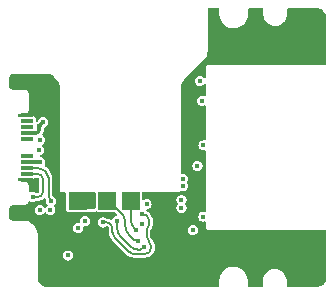
<source format=gbr>
%TF.GenerationSoftware,KiCad,Pcbnew,8.0.8*%
%TF.CreationDate,2025-02-21T00:18:55+11:00*%
%TF.ProjectId,FrameworkDongleHiderRetrofit,4672616d-6577-46f7-926b-446f6e676c65,rev?*%
%TF.SameCoordinates,Original*%
%TF.FileFunction,Copper,L4,Bot*%
%TF.FilePolarity,Positive*%
%FSLAX46Y46*%
G04 Gerber Fmt 4.6, Leading zero omitted, Abs format (unit mm)*
G04 Created by KiCad (PCBNEW 8.0.8) date 2025-02-21 00:18:55*
%MOMM*%
%LPD*%
G01*
G04 APERTURE LIST*
%TA.AperFunction,SMDPad,CuDef*%
%ADD10R,1.000000X0.380000*%
%TD*%
%TA.AperFunction,SMDPad,CuDef*%
%ADD11R,1.150000X0.700000*%
%TD*%
%TA.AperFunction,ComponentPad*%
%ADD12O,2.500000X1.300000*%
%TD*%
%TA.AperFunction,SMDPad,CuDef*%
%ADD13R,1.500000X1.500000*%
%TD*%
%TA.AperFunction,ViaPad*%
%ADD14C,0.450000*%
%TD*%
%TA.AperFunction,Conductor*%
%ADD15C,0.380000*%
%TD*%
%TA.AperFunction,Conductor*%
%ADD16C,0.200000*%
%TD*%
G04 APERTURE END LIST*
D10*
%TO.P,P1,B1,GND*%
%TO.N,GND*%
X137327500Y-98990000D03*
%TO.P,P1,B2,TX2+*%
%TO.N,unconnected-(P1-TX2+-PadB2)*%
X137327500Y-99490000D03*
%TO.P,P1,B3,TX2-*%
%TO.N,unconnected-(P1-TX2--PadB3)*%
X137327500Y-99990000D03*
%TO.P,P1,B4,VBUS*%
%TO.N,VBUS*%
X137327500Y-100490000D03*
%TO.P,P1,B5,VCONN*%
%TO.N,unconnected-(P1-VCONN-PadB5)*%
X137327500Y-100990000D03*
%TO.P,P1,B8,SBU2*%
%TO.N,unconnected-(P1-SBU2-PadB8)*%
X137327500Y-102490000D03*
%TO.P,P1,B9,VBUS*%
%TO.N,VBUS*%
X137327500Y-102990000D03*
%TO.P,P1,B10,RX1-*%
%TO.N,RX-*%
X137327500Y-103490000D03*
%TO.P,P1,B11,RX1+*%
%TO.N,RX+*%
X137327500Y-103990000D03*
%TO.P,P1,B12,GND*%
%TO.N,GND*%
X137327500Y-104490000D03*
D11*
%TO.P,P1,S1,SHIELD*%
X138167500Y-98320000D03*
%TD*%
D12*
%TO.P,J3,10,SHIELD*%
%TO.N,GND*%
X152447500Y-109700000D03*
%TO.P,J3,11,SHIELD*%
X157947500Y-109700000D03*
%TO.P,J3,12,SHIELD*%
X157947500Y-93800000D03*
%TD*%
D13*
%TO.P,USB2,1,Pin_1*%
%TO.N,VBUS*%
X141602500Y-106240000D03*
%TO.P,USB2,2,Pin_2*%
%TO.N,Net-(U1-DM3-)*%
X144102500Y-106240000D03*
%TO.P,USB2,3,Pin_3*%
%TO.N,Net-(U1-DP3+)*%
X146102500Y-106240000D03*
%TO.P,USB2,4,Pin_4*%
%TO.N,GND*%
X148602500Y-106240000D03*
%TD*%
D14*
%TO.N,GND*%
X154777500Y-111390000D03*
X156227500Y-112290000D03*
X153127500Y-113090000D03*
X155677500Y-111690000D03*
X156427500Y-113090000D03*
X153327500Y-112290000D03*
X153877500Y-111690000D03*
X156227500Y-91190000D03*
X155677500Y-91790000D03*
X156427500Y-90390000D03*
X153127500Y-90390000D03*
X153327500Y-91190000D03*
X153877500Y-91790000D03*
X154777500Y-92090000D03*
X142827500Y-107390000D03*
X139727500Y-97940000D03*
%TO.N,VBUS*%
X138427500Y-102990000D03*
X150527500Y-104990000D03*
X140777500Y-110890000D03*
X150527500Y-104390000D03*
X150527500Y-104390000D03*
X147027500Y-108190000D03*
X142777500Y-106640000D03*
X142777500Y-105890000D03*
X147427500Y-106540000D03*
X150527500Y-104990000D03*
X138677500Y-99590000D03*
X138327500Y-99940000D03*
%TO.N,GND*%
X149827500Y-110390000D03*
X142827500Y-111190000D03*
X138077500Y-104540000D03*
X152477500Y-111240000D03*
X144427500Y-111190000D03*
X139737500Y-102090000D03*
X150677500Y-99690000D03*
X149127500Y-108140000D03*
X143627500Y-110490000D03*
X149127500Y-109040000D03*
X136077500Y-95840000D03*
X136777500Y-95840000D03*
X136777500Y-106940000D03*
X136077500Y-107640000D03*
X151477500Y-111240000D03*
X140427500Y-113090000D03*
X143627500Y-111890000D03*
X136077500Y-96540000D03*
X136077500Y-106940000D03*
X136777500Y-96540000D03*
X140327500Y-107990000D03*
X136777500Y-107640000D03*
X150677500Y-97960002D03*
%TO.N,RX+*%
X152127500Y-97790000D03*
X137777500Y-105940000D03*
%TO.N,Net-(P1-D+)*%
X138327500Y-101965000D03*
X141627500Y-108590000D03*
%TO.N,RX-*%
X151927500Y-96090000D03*
X139327500Y-106290000D03*
%TO.N,TX+*%
X138377500Y-107040000D03*
X150377500Y-106865000D03*
%TO.N,Net-(P1-D-)*%
X138427500Y-101090000D03*
X142227500Y-107990000D03*
%TO.N,TX-*%
X139277500Y-107040000D03*
X150377500Y-106190000D03*
%TO.N,Net-(U1-DP1+)*%
X143727500Y-108090000D03*
X147066646Y-107357107D03*
%TO.N,Net-(U1-DP3+)*%
X146561584Y-108768290D03*
%TO.N,Net-(U1-DM1-)*%
X147227500Y-110190000D03*
X144927500Y-107940000D03*
%TO.N,Net-(U1-DM3-)*%
X146677500Y-109690000D03*
%TO.N,Net-(J3-D+)*%
X152232500Y-101567377D03*
X152227500Y-107590000D03*
%TO.N,Net-(J3-D-)*%
X151727500Y-103290000D03*
X151327500Y-108740000D03*
%TD*%
D15*
%TO.N,VBUS*%
X138327500Y-100240000D02*
X138327500Y-100081421D01*
X138427500Y-102990000D02*
X137327500Y-102990000D01*
X137327500Y-100490000D02*
X138077500Y-100490000D01*
X138427500Y-99840000D02*
X138677500Y-99590000D01*
X138077500Y-100490000D02*
G75*
G03*
X138327500Y-100240000I0J250000D01*
G01*
X138327500Y-100081421D02*
G75*
G02*
X138427494Y-99839994I341400J21D01*
G01*
D16*
%TO.N,RX+*%
X137327500Y-103990000D02*
X138227500Y-103990000D01*
X138227500Y-105940000D02*
X137777500Y-105940000D01*
X138626216Y-104337508D02*
X138626216Y-105541284D01*
X138626216Y-105541284D02*
G75*
G02*
X138227500Y-105940016I-398716J-16D01*
G01*
X138227500Y-103990000D02*
G75*
G02*
X138626280Y-104337499I-1600J-404400D01*
G01*
%TO.N,RX-*%
X137327500Y-103490000D02*
X138227500Y-103490000D01*
X139125574Y-104301547D02*
X139125574Y-105488074D01*
X139125574Y-105488074D02*
X139127500Y-105490000D01*
X139127500Y-105490000D02*
X139127500Y-105807158D01*
X138227500Y-103490000D02*
G75*
G02*
X139125593Y-104301545I-1800J-904700D01*
G01*
X139127500Y-105807158D02*
G75*
G03*
X139327487Y-106290013I682800J-42D01*
G01*
%TO.N,Net-(U1-DP1+)*%
X143727500Y-108090000D02*
X144086079Y-108090000D01*
X144527500Y-108590000D02*
X144527500Y-108890000D01*
X147827500Y-110190000D02*
X147827500Y-110172842D01*
X144327500Y-108190000D02*
X144386078Y-108248578D01*
X147627500Y-108248579D02*
X147627500Y-107917961D01*
X147427500Y-109207158D02*
X147427500Y-108731421D01*
X146527500Y-110790000D02*
X147227500Y-110790000D01*
X144739632Y-109402132D02*
X145844657Y-110507157D01*
X147427500Y-108731421D02*
G75*
G02*
X147527494Y-108489994I341400J21D01*
G01*
X147627500Y-109690000D02*
G75*
G02*
X147427518Y-109207158I482800J482800D01*
G01*
X147627500Y-107917961D02*
G75*
G03*
X147066646Y-107357100I-560900J-39D01*
G01*
X147827500Y-110172842D02*
G75*
G03*
X147627513Y-109689987I-682800J42D01*
G01*
X144527500Y-108890000D02*
G75*
G03*
X144739625Y-109402139I724300J0D01*
G01*
X144386078Y-108248578D02*
G75*
G02*
X144527483Y-108590000I-341478J-341422D01*
G01*
X145844657Y-110507157D02*
G75*
G03*
X146527500Y-110789996I682843J682857D01*
G01*
X144086079Y-108090000D02*
G75*
G02*
X144327506Y-108189994I21J-341400D01*
G01*
X147527500Y-108490000D02*
G75*
G03*
X147627491Y-108248579I-241400J241400D01*
G01*
X147227500Y-110790000D02*
G75*
G03*
X147827500Y-110190000I0J600000D01*
G01*
%TO.N,Net-(U1-DP3+)*%
X146561584Y-108768290D02*
X146391601Y-108598307D01*
X146077500Y-107840000D02*
X146077500Y-106300355D01*
X146077500Y-106300355D02*
G75*
G02*
X146102513Y-106240013I85400J-45D01*
G01*
X146391601Y-108598307D02*
G75*
G02*
X146077498Y-107840000I758299J758307D01*
G01*
%TO.N,Net-(U1-DM1-)*%
X147168922Y-110248579D02*
X147227500Y-110190000D01*
X146727500Y-110390000D02*
X146827500Y-110390000D01*
X144927500Y-107940000D02*
X144927500Y-108565736D01*
X145227500Y-109290000D02*
X146044657Y-110107157D01*
X146827500Y-110390000D02*
G75*
G03*
X147168913Y-110248570I0J482800D01*
G01*
X144927500Y-108565736D02*
G75*
G03*
X145227511Y-109289989I1024300J36D01*
G01*
X146044657Y-110107157D02*
G75*
G03*
X146727500Y-110389996I682843J682857D01*
G01*
%TO.N,Net-(U1-DM3-)*%
X145436079Y-107498579D02*
X145227500Y-107290000D01*
X145627500Y-108415736D02*
X145627500Y-107960710D01*
X146336078Y-109548579D02*
X145927500Y-109140000D01*
X145227500Y-107290000D02*
X144230533Y-106293033D01*
X145627500Y-107960710D02*
G75*
G03*
X145436094Y-107498564I-653600J10D01*
G01*
X146677500Y-109690000D02*
G75*
G02*
X146336087Y-109548570I0J482800D01*
G01*
X145927500Y-109140000D02*
G75*
G02*
X145627485Y-108415736I724300J724300D01*
G01*
X144230533Y-106293033D02*
G75*
G03*
X144102500Y-106240010I-128033J-128067D01*
G01*
%TD*%
%TA.AperFunction,Conductor*%
%TO.N,GND*%
G36*
X153546152Y-89959407D02*
G01*
X153582116Y-90008907D01*
X153586961Y-90039500D01*
X153586961Y-90415031D01*
X153586950Y-90441320D01*
X153586949Y-90443668D01*
X153586908Y-90543198D01*
X153609908Y-90677918D01*
X153621133Y-90743674D01*
X153621197Y-90744045D01*
X153688809Y-90936259D01*
X153787813Y-91114340D01*
X153787815Y-91114344D01*
X153915383Y-91273215D01*
X153915392Y-91273224D01*
X153957029Y-91310119D01*
X154067883Y-91408349D01*
X154240953Y-91515880D01*
X154302026Y-91540755D01*
X154429649Y-91592738D01*
X154429653Y-91592739D01*
X154429656Y-91592740D01*
X154628605Y-91636735D01*
X154832120Y-91646609D01*
X155012442Y-91624743D01*
X155034387Y-91622083D01*
X155034388Y-91622082D01*
X155034394Y-91622082D01*
X155229651Y-91563852D01*
X155412319Y-91473582D01*
X155577183Y-91353848D01*
X155719536Y-91208069D01*
X155835317Y-91040406D01*
X155921219Y-90855644D01*
X155974791Y-90659057D01*
X155979949Y-90605793D01*
X155983372Y-90592777D01*
X155982379Y-90592554D01*
X155984513Y-90583045D01*
X155984517Y-90583037D01*
X155985228Y-90553999D01*
X155985663Y-90546849D01*
X155988472Y-90517960D01*
X155987504Y-90508256D01*
X155988504Y-90508156D01*
X155986678Y-90494781D01*
X155986706Y-90493635D01*
X155987961Y-90482350D01*
X155987961Y-90443668D01*
X155987991Y-90441243D01*
X155988938Y-90402580D01*
X155987961Y-90391231D01*
X155987961Y-90039500D01*
X156006868Y-89981309D01*
X156056368Y-89945345D01*
X156086961Y-89940500D01*
X157187961Y-89940500D01*
X157246152Y-89959407D01*
X157282116Y-90008907D01*
X157286961Y-90039500D01*
X157286961Y-90393548D01*
X157286960Y-90393562D01*
X157286961Y-90441416D01*
X157286961Y-90490662D01*
X157287033Y-90491403D01*
X157287024Y-90512341D01*
X157287013Y-90536578D01*
X157322854Y-90723497D01*
X157393252Y-90900322D01*
X157495688Y-91060729D01*
X157626496Y-91198976D01*
X157626497Y-91198976D01*
X157626497Y-91198977D01*
X157673880Y-91233063D01*
X157780996Y-91310119D01*
X157953662Y-91390181D01*
X158026400Y-91408347D01*
X158138309Y-91436296D01*
X158138310Y-91436296D01*
X158138314Y-91436297D01*
X158328347Y-91446818D01*
X158516961Y-91421366D01*
X158697409Y-91360853D01*
X158863234Y-91267443D01*
X159008502Y-91144480D01*
X159027065Y-91121475D01*
X159128014Y-90996367D01*
X159128015Y-90996364D01*
X159128018Y-90996361D01*
X159217505Y-90828386D01*
X159273760Y-90646566D01*
X159279076Y-90598488D01*
X159282747Y-90584988D01*
X159282081Y-90584836D01*
X159284249Y-90575329D01*
X159284252Y-90575323D01*
X159285021Y-90547821D01*
X159285587Y-90539669D01*
X159288623Y-90512343D01*
X159288621Y-90512338D01*
X159287788Y-90502625D01*
X159290333Y-90502406D01*
X159289786Y-90489641D01*
X159287961Y-90489641D01*
X159287961Y-90444172D01*
X159288000Y-90441402D01*
X159289043Y-90404121D01*
X159287961Y-90391289D01*
X159287961Y-90039500D01*
X159306868Y-89981309D01*
X159356368Y-89945345D01*
X159386961Y-89940500D01*
X161788233Y-89940500D01*
X161790298Y-89940699D01*
X161823667Y-89940559D01*
X161833903Y-89940517D01*
X161843036Y-89940900D01*
X161975927Y-89952658D01*
X161993882Y-89955937D01*
X162117918Y-89990669D01*
X162134974Y-89997196D01*
X162250500Y-90054118D01*
X162266065Y-90063664D01*
X162369179Y-90140852D01*
X162382723Y-90153095D01*
X162469894Y-90247908D01*
X162480964Y-90262439D01*
X162549227Y-90371648D01*
X162557439Y-90387965D01*
X162604475Y-90507856D01*
X162609549Y-90525405D01*
X162633351Y-90649780D01*
X162635086Y-90665963D01*
X162636931Y-90741250D01*
X162636961Y-90743674D01*
X162636997Y-94650499D01*
X162618090Y-94708690D01*
X162568591Y-94744654D01*
X162537997Y-94749500D01*
X152617617Y-94749500D01*
X152543928Y-94780022D01*
X152487522Y-94836428D01*
X152457000Y-94910117D01*
X152457000Y-95781176D01*
X152438093Y-95839367D01*
X152388593Y-95875331D01*
X152327407Y-95875331D01*
X152281702Y-95842124D01*
X152281537Y-95842290D01*
X152280492Y-95841245D01*
X152277907Y-95839367D01*
X152276029Y-95836782D01*
X152276028Y-95836780D01*
X152180720Y-95741472D01*
X152180717Y-95741470D01*
X152060629Y-95680282D01*
X152060627Y-95680281D01*
X151927500Y-95659196D01*
X151794372Y-95680281D01*
X151794370Y-95680282D01*
X151674282Y-95741470D01*
X151578970Y-95836782D01*
X151517782Y-95956870D01*
X151517781Y-95956872D01*
X151496696Y-96089999D01*
X151496696Y-96090000D01*
X151517781Y-96223127D01*
X151517782Y-96223129D01*
X151578970Y-96343217D01*
X151578972Y-96343220D01*
X151674280Y-96438528D01*
X151794374Y-96499719D01*
X151927500Y-96520804D01*
X152060626Y-96499719D01*
X152180720Y-96438528D01*
X152276028Y-96343220D01*
X152276032Y-96343210D01*
X152277904Y-96340636D01*
X152280489Y-96338757D01*
X152281537Y-96337710D01*
X152281702Y-96337875D01*
X152327403Y-96304670D01*
X152388588Y-96304667D01*
X152438090Y-96340628D01*
X152457000Y-96398818D01*
X152457000Y-97318785D01*
X152438093Y-97376976D01*
X152388593Y-97412940D01*
X152327407Y-97412940D01*
X152313055Y-97406995D01*
X152299558Y-97400118D01*
X152260626Y-97380281D01*
X152127500Y-97359196D01*
X151994372Y-97380281D01*
X151994370Y-97380282D01*
X151874282Y-97441470D01*
X151778970Y-97536782D01*
X151717782Y-97656870D01*
X151717781Y-97656872D01*
X151696696Y-97789999D01*
X151696696Y-97790000D01*
X151717781Y-97923127D01*
X151717782Y-97923129D01*
X151778970Y-98043217D01*
X151778972Y-98043220D01*
X151874280Y-98138528D01*
X151994374Y-98199719D01*
X152127500Y-98220804D01*
X152260626Y-98199719D01*
X152313055Y-98173004D01*
X152373486Y-98163433D01*
X152428003Y-98191210D01*
X152455781Y-98245726D01*
X152457000Y-98261214D01*
X152457000Y-101056216D01*
X152438093Y-101114407D01*
X152388593Y-101150371D01*
X152342513Y-101153997D01*
X152232501Y-101136573D01*
X152232500Y-101136573D01*
X152099372Y-101157658D01*
X152099370Y-101157659D01*
X151979282Y-101218847D01*
X151883970Y-101314159D01*
X151822782Y-101434247D01*
X151822781Y-101434249D01*
X151801696Y-101567376D01*
X151801696Y-101567377D01*
X151822781Y-101700504D01*
X151822782Y-101700506D01*
X151883970Y-101820594D01*
X151883972Y-101820597D01*
X151979280Y-101915905D01*
X152099374Y-101977096D01*
X152232500Y-101998181D01*
X152342514Y-101980756D01*
X152402945Y-101990327D01*
X152446209Y-102033591D01*
X152457000Y-102078537D01*
X152457000Y-107079631D01*
X152438093Y-107137822D01*
X152388593Y-107173786D01*
X152342513Y-107177412D01*
X152227501Y-107159196D01*
X152227500Y-107159196D01*
X152094372Y-107180281D01*
X152094370Y-107180282D01*
X151974282Y-107241470D01*
X151878970Y-107336782D01*
X151817782Y-107456870D01*
X151817781Y-107456872D01*
X151796696Y-107589999D01*
X151796696Y-107590000D01*
X151817781Y-107723127D01*
X151817782Y-107723129D01*
X151878080Y-107841470D01*
X151878972Y-107843220D01*
X151974280Y-107938528D01*
X152094374Y-107999719D01*
X152227500Y-108020804D01*
X152342515Y-108002587D01*
X152402944Y-108012158D01*
X152446209Y-108055422D01*
X152457000Y-108100368D01*
X152457000Y-108539901D01*
X152456960Y-108579686D01*
X152456998Y-108579878D01*
X152460616Y-108588614D01*
X152472289Y-108616795D01*
X152472308Y-108616890D01*
X152472326Y-108616883D01*
X152487414Y-108653409D01*
X152487474Y-108653500D01*
X152487520Y-108653569D01*
X152487523Y-108653572D01*
X152487524Y-108653574D01*
X152502163Y-108668213D01*
X152515676Y-108681726D01*
X152515659Y-108681742D01*
X152515744Y-108681794D01*
X152543760Y-108709865D01*
X152543828Y-108709911D01*
X152543890Y-108709952D01*
X152543925Y-108709975D01*
X152543926Y-108709976D01*
X152580688Y-108725203D01*
X152617421Y-108740461D01*
X152617427Y-108740461D01*
X152617616Y-108740499D01*
X152617618Y-108740500D01*
X152617620Y-108740500D01*
X152657124Y-108740500D01*
X162538093Y-108750205D01*
X162596263Y-108769170D01*
X162632179Y-108818705D01*
X162636994Y-108849207D01*
X162636927Y-112691000D01*
X162636751Y-112692829D01*
X162636925Y-112732625D01*
X162636926Y-112733056D01*
X162636926Y-112737132D01*
X162636543Y-112745836D01*
X162624830Y-112878547D01*
X162621549Y-112896527D01*
X162586834Y-113020558D01*
X162580305Y-113037627D01*
X162523380Y-113153171D01*
X162513825Y-113168748D01*
X162436634Y-113271858D01*
X162424378Y-113285416D01*
X162329545Y-113372583D01*
X162315005Y-113383655D01*
X162205771Y-113451902D01*
X162189445Y-113460114D01*
X162069521Y-113507123D01*
X162051963Y-113512193D01*
X161927881Y-113535891D01*
X161911735Y-113537619D01*
X161838778Y-113539407D01*
X161836226Y-113539470D01*
X161833802Y-113539500D01*
X159386961Y-113539500D01*
X159328770Y-113520593D01*
X159292806Y-113471093D01*
X159287961Y-113440500D01*
X159287961Y-113079668D01*
X159288003Y-113079538D01*
X159288022Y-113038587D01*
X159288067Y-112943418D01*
X159252224Y-112756486D01*
X159181822Y-112579646D01*
X159079380Y-112419228D01*
X159067331Y-112406494D01*
X158948575Y-112280980D01*
X158948567Y-112280973D01*
X158948563Y-112280969D01*
X158837409Y-112201006D01*
X158794051Y-112169815D01*
X158794043Y-112169811D01*
X158621377Y-112089748D01*
X158621372Y-112089746D01*
X158436711Y-112043625D01*
X158294172Y-112035732D01*
X158246661Y-112033102D01*
X158246660Y-112033102D01*
X158058035Y-112058552D01*
X157877571Y-112119069D01*
X157877564Y-112119072D01*
X157731357Y-112201428D01*
X157711732Y-112212483D01*
X157581249Y-112322927D01*
X157566445Y-112335459D01*
X157446925Y-112483579D01*
X157357428Y-112651567D01*
X157301165Y-112833398D01*
X157295845Y-112881497D01*
X157292176Y-112894998D01*
X157292840Y-112895150D01*
X157290671Y-112904652D01*
X157289901Y-112932137D01*
X157289335Y-112940289D01*
X157286299Y-112967625D01*
X157287134Y-112977343D01*
X157284601Y-112977560D01*
X157285151Y-112990371D01*
X157286961Y-112990371D01*
X157286961Y-113035805D01*
X157286922Y-113038576D01*
X157285877Y-113075874D01*
X157286961Y-113088715D01*
X157286961Y-113440500D01*
X157268054Y-113498691D01*
X157218554Y-113534655D01*
X157187961Y-113539500D01*
X156086961Y-113539500D01*
X156028770Y-113520593D01*
X155992806Y-113471093D01*
X155987961Y-113440500D01*
X155987961Y-113088802D01*
X155988054Y-113087853D01*
X155988054Y-113079793D01*
X155988104Y-113079638D01*
X155988085Y-113079638D01*
X155988131Y-113038665D01*
X155988132Y-113038665D01*
X155988253Y-112931904D01*
X155956836Y-112756489D01*
X155950611Y-112721731D01*
X155946614Y-112710929D01*
X155876508Y-112521476D01*
X155876505Y-112521472D01*
X155876505Y-112521470D01*
X155768272Y-112337426D01*
X155768271Y-112337424D01*
X155685317Y-112240680D01*
X155629281Y-112175329D01*
X155560390Y-112119072D01*
X155505090Y-112073913D01*
X155463897Y-112040274D01*
X155463895Y-112040273D01*
X155463894Y-112040272D01*
X155463893Y-112040271D01*
X155277301Y-111936487D01*
X155277296Y-111936484D01*
X155075322Y-111867212D01*
X154864307Y-111834629D01*
X154864304Y-111834629D01*
X154784256Y-111836549D01*
X154650838Y-111839750D01*
X154441628Y-111882416D01*
X154441627Y-111882417D01*
X154243208Y-111961295D01*
X154243206Y-111961296D01*
X154061803Y-112073911D01*
X153903089Y-112216739D01*
X153772028Y-112385318D01*
X153672741Y-112574350D01*
X153608328Y-112777922D01*
X153608327Y-112777927D01*
X153580808Y-112989654D01*
X153580808Y-112989655D01*
X153585711Y-113089436D01*
X153585830Y-113094115D01*
X153586457Y-113440321D01*
X153567655Y-113498546D01*
X153518220Y-113534599D01*
X153487457Y-113539500D01*
X139036693Y-113539500D01*
X139034618Y-113539299D01*
X138991008Y-113539481D01*
X138981872Y-113539097D01*
X138848982Y-113527340D01*
X138831008Y-113524057D01*
X138706983Y-113489322D01*
X138689920Y-113482792D01*
X138574389Y-113425858D01*
X138558814Y-113416303D01*
X138529203Y-113394132D01*
X138455714Y-113339107D01*
X138442164Y-113326855D01*
X138355000Y-113232021D01*
X138343938Y-113217495D01*
X138275688Y-113108261D01*
X138267478Y-113091939D01*
X138262316Y-113078773D01*
X138220463Y-112972022D01*
X138215396Y-112954482D01*
X138191551Y-112829713D01*
X138189822Y-112813556D01*
X138188997Y-112779882D01*
X138187991Y-112738779D01*
X138187961Y-112736356D01*
X138187961Y-110889999D01*
X140346696Y-110889999D01*
X140346696Y-110890000D01*
X140367781Y-111023127D01*
X140367782Y-111023129D01*
X140428970Y-111143217D01*
X140428972Y-111143220D01*
X140524280Y-111238528D01*
X140644374Y-111299719D01*
X140777500Y-111320804D01*
X140910626Y-111299719D01*
X141030720Y-111238528D01*
X141126028Y-111143220D01*
X141187219Y-111023126D01*
X141208304Y-110890000D01*
X141187219Y-110756874D01*
X141126028Y-110636780D01*
X141030720Y-110541472D01*
X141030717Y-110541470D01*
X140910629Y-110480282D01*
X140910627Y-110480281D01*
X140777500Y-110459196D01*
X140644372Y-110480281D01*
X140644370Y-110480282D01*
X140524282Y-110541470D01*
X140428970Y-110636782D01*
X140367782Y-110756870D01*
X140367781Y-110756872D01*
X140346696Y-110889999D01*
X138187961Y-110889999D01*
X138187961Y-109149651D01*
X138187963Y-109149067D01*
X138188004Y-109142114D01*
X138188587Y-109043370D01*
X138165825Y-108901416D01*
X138157320Y-108848373D01*
X138157319Y-108848371D01*
X138157319Y-108848368D01*
X138094553Y-108661115D01*
X138056816Y-108589999D01*
X141196696Y-108589999D01*
X141196696Y-108590000D01*
X141217781Y-108723127D01*
X141217782Y-108723129D01*
X141278970Y-108843217D01*
X141278972Y-108843220D01*
X141374280Y-108938528D01*
X141494374Y-108999719D01*
X141627500Y-109020804D01*
X141760626Y-108999719D01*
X141880720Y-108938528D01*
X141976028Y-108843220D01*
X142037219Y-108723126D01*
X142058304Y-108590000D01*
X142047778Y-108523544D01*
X142057349Y-108463115D01*
X142100613Y-108419850D01*
X142161043Y-108410278D01*
X142227500Y-108420804D01*
X142360626Y-108399719D01*
X142480720Y-108338528D01*
X142576028Y-108243220D01*
X142637219Y-108123126D01*
X142658304Y-107990000D01*
X142637219Y-107856874D01*
X142576028Y-107736780D01*
X142480720Y-107641472D01*
X142480717Y-107641470D01*
X142360629Y-107580282D01*
X142360627Y-107580281D01*
X142227500Y-107559196D01*
X142094372Y-107580281D01*
X142094370Y-107580282D01*
X141974282Y-107641470D01*
X141878970Y-107736782D01*
X141817782Y-107856870D01*
X141817781Y-107856872D01*
X141796696Y-107989999D01*
X141796696Y-107990000D01*
X141807221Y-108056453D01*
X141797650Y-108116885D01*
X141754385Y-108160150D01*
X141693953Y-108169721D01*
X141627500Y-108159196D01*
X141494372Y-108180281D01*
X141494370Y-108180282D01*
X141374282Y-108241470D01*
X141278970Y-108336782D01*
X141217782Y-108456870D01*
X141217781Y-108456872D01*
X141196696Y-108589999D01*
X138056816Y-108589999D01*
X138001982Y-108486662D01*
X137953672Y-108423413D01*
X137882112Y-108329725D01*
X137882110Y-108329723D01*
X137882104Y-108329715D01*
X137738152Y-108194508D01*
X137738148Y-108194504D01*
X137738145Y-108194502D01*
X137581949Y-108089999D01*
X137574010Y-108084687D01*
X137394105Y-108003217D01*
X137282901Y-107973539D01*
X137203297Y-107952294D01*
X137203292Y-107952293D01*
X137203291Y-107952293D01*
X137203287Y-107952292D01*
X137203283Y-107952292D01*
X137153215Y-107947476D01*
X137140230Y-107944068D01*
X137140003Y-107945080D01*
X137130487Y-107942943D01*
X137101384Y-107942230D01*
X137094289Y-107941801D01*
X137065305Y-107938999D01*
X137055606Y-107939973D01*
X137055504Y-107938960D01*
X137042160Y-107940779D01*
X137041106Y-107940753D01*
X137029804Y-107939500D01*
X137027343Y-107939500D01*
X136991128Y-107939500D01*
X136988703Y-107939470D01*
X136950038Y-107938522D01*
X136938691Y-107939500D01*
X136136682Y-107939500D01*
X136132847Y-107939137D01*
X136093026Y-107939449D01*
X136078708Y-107938521D01*
X136014973Y-107929719D01*
X135987479Y-107921744D01*
X135935541Y-107898086D01*
X135911480Y-107882578D01*
X135868485Y-107845052D01*
X135849867Y-107823309D01*
X135819401Y-107775041D01*
X135807784Y-107748879D01*
X135805711Y-107741472D01*
X135792705Y-107694988D01*
X135789096Y-107671538D01*
X135788938Y-107666707D01*
X135788014Y-107638353D01*
X135787961Y-107635127D01*
X135787961Y-106989257D01*
X135788350Y-106985128D01*
X135788015Y-106945524D01*
X135788936Y-106931184D01*
X135797713Y-106867426D01*
X135805690Y-106839904D01*
X135829347Y-106787959D01*
X135844871Y-106763880D01*
X135882422Y-106720887D01*
X135904187Y-106702269D01*
X135952479Y-106671835D01*
X135978676Y-106660229D01*
X135995806Y-106655454D01*
X136032538Y-106645217D01*
X136055881Y-106641637D01*
X136086294Y-106640644D01*
X136089116Y-106640553D01*
X136092341Y-106640500D01*
X136979345Y-106640500D01*
X136982118Y-106640538D01*
X136982619Y-106640553D01*
X137037267Y-106642085D01*
X137037267Y-106642084D01*
X137037272Y-106642085D01*
X137152273Y-106618059D01*
X137258509Y-106567894D01*
X137350129Y-106494353D01*
X137422087Y-106401484D01*
X137439948Y-106361913D01*
X137481120Y-106316655D01*
X137541033Y-106304241D01*
X137575122Y-106314433D01*
X137644374Y-106349719D01*
X137777500Y-106370804D01*
X137910626Y-106349719D01*
X138030720Y-106288528D01*
X138049753Y-106269494D01*
X138104268Y-106241719D01*
X138119755Y-106240500D01*
X138179905Y-106240500D01*
X138186477Y-106240500D01*
X138186526Y-106240516D01*
X138227500Y-106240516D01*
X138296367Y-106240516D01*
X138296368Y-106240516D01*
X138431459Y-106213644D01*
X138558711Y-106160933D01*
X138673234Y-106084409D01*
X138704858Y-106052782D01*
X138759370Y-106025006D01*
X138819802Y-106034574D01*
X138863069Y-106077837D01*
X138869016Y-106092196D01*
X138900246Y-106188320D01*
X138899298Y-106188627D01*
X138905051Y-106237243D01*
X138896696Y-106289998D01*
X138896696Y-106290001D01*
X138917781Y-106423127D01*
X138917782Y-106423129D01*
X138977331Y-106540000D01*
X138978972Y-106543220D01*
X139005750Y-106569998D01*
X139033526Y-106624513D01*
X139023955Y-106684945D01*
X139005751Y-106710000D01*
X138955748Y-106760004D01*
X138928971Y-106786781D01*
X138915709Y-106812810D01*
X138872444Y-106856074D01*
X138812012Y-106865645D01*
X138757496Y-106837867D01*
X138739291Y-106812810D01*
X138729309Y-106793220D01*
X138726028Y-106786780D01*
X138630720Y-106691472D01*
X138630717Y-106691470D01*
X138510629Y-106630282D01*
X138510627Y-106630281D01*
X138377500Y-106609196D01*
X138244372Y-106630281D01*
X138244370Y-106630282D01*
X138124282Y-106691470D01*
X138028970Y-106786782D01*
X137967782Y-106906870D01*
X137967781Y-106906872D01*
X137946696Y-107039999D01*
X137946696Y-107040000D01*
X137967781Y-107173127D01*
X137967782Y-107173129D01*
X138028970Y-107293217D01*
X138028972Y-107293220D01*
X138124280Y-107388528D01*
X138244374Y-107449719D01*
X138377500Y-107470804D01*
X138510626Y-107449719D01*
X138630720Y-107388528D01*
X138726028Y-107293220D01*
X138739291Y-107267188D01*
X138782555Y-107223925D01*
X138842987Y-107214354D01*
X138897503Y-107242131D01*
X138915706Y-107267185D01*
X138928972Y-107293220D01*
X139024280Y-107388528D01*
X139144374Y-107449719D01*
X139277500Y-107470804D01*
X139410626Y-107449719D01*
X139530720Y-107388528D01*
X139626028Y-107293220D01*
X139687219Y-107173126D01*
X139708304Y-107040000D01*
X139687219Y-106906874D01*
X139626028Y-106786780D01*
X139599249Y-106760001D01*
X139571474Y-106705487D01*
X139581045Y-106645055D01*
X139599248Y-106619999D01*
X139676028Y-106543220D01*
X139737219Y-106423126D01*
X139758304Y-106290000D01*
X139755056Y-106269496D01*
X139750657Y-106241719D01*
X139737219Y-106156874D01*
X139676028Y-106036780D01*
X139580720Y-105941472D01*
X139482396Y-105891373D01*
X139439133Y-105848110D01*
X139429187Y-105816066D01*
X139428842Y-105813441D01*
X139428000Y-105800548D01*
X139428003Y-105759582D01*
X139428001Y-105759577D01*
X139428002Y-105752381D01*
X139428000Y-105752339D01*
X139428000Y-105450438D01*
X139427153Y-105444002D01*
X139427875Y-105443906D01*
X139426074Y-105430215D01*
X139426074Y-104343854D01*
X139428269Y-104323122D01*
X139429378Y-104317947D01*
X139426600Y-104291111D01*
X139426074Y-104280918D01*
X139426074Y-104261984D01*
X139424040Y-104254395D01*
X139421200Y-104239046D01*
X139414284Y-104172790D01*
X139362579Y-103983019D01*
X139280791Y-103804142D01*
X139280788Y-103804137D01*
X139280788Y-103804136D01*
X139171090Y-103640900D01*
X139171081Y-103640889D01*
X139036363Y-103497592D01*
X139036359Y-103497588D01*
X138880179Y-103378022D01*
X138829970Y-103351206D01*
X138787549Y-103307115D01*
X138779146Y-103246509D01*
X138788399Y-103218939D01*
X138837219Y-103123126D01*
X138858304Y-102990000D01*
X138837219Y-102856874D01*
X138776028Y-102736780D01*
X138680720Y-102641472D01*
X138680717Y-102641470D01*
X138560629Y-102580282D01*
X138560627Y-102580281D01*
X138475357Y-102566775D01*
X138420841Y-102538997D01*
X138393064Y-102484480D01*
X138402636Y-102424048D01*
X138445901Y-102380784D01*
X138460265Y-102374835D01*
X138460617Y-102374720D01*
X138460626Y-102374719D01*
X138460633Y-102374715D01*
X138460637Y-102374714D01*
X138524714Y-102342064D01*
X138580720Y-102313528D01*
X138676028Y-102218220D01*
X138737219Y-102098126D01*
X138758304Y-101965000D01*
X138737219Y-101831874D01*
X138676028Y-101711780D01*
X138592942Y-101628694D01*
X138565167Y-101574180D01*
X138574738Y-101513748D01*
X138618001Y-101470484D01*
X138680720Y-101438528D01*
X138776028Y-101343220D01*
X138837219Y-101223126D01*
X138858304Y-101090000D01*
X138837219Y-100956874D01*
X138776028Y-100836780D01*
X138680720Y-100741472D01*
X138658054Y-100729923D01*
X138614790Y-100686658D01*
X138605219Y-100626226D01*
X138621819Y-100588583D01*
X138620302Y-100587630D01*
X138623259Y-100582923D01*
X138685883Y-100452882D01*
X138718000Y-100312167D01*
X138718000Y-100240000D01*
X138718000Y-100183855D01*
X138718000Y-100144971D01*
X138718004Y-100144905D01*
X138718004Y-100142796D01*
X138718212Y-100142154D01*
X138719117Y-100130140D01*
X138719122Y-100130107D01*
X138721980Y-100130540D01*
X138736885Y-100084597D01*
X138746994Y-100072755D01*
X138818717Y-100001032D01*
X138843767Y-99982832D01*
X138930720Y-99938528D01*
X139026028Y-99843220D01*
X139087219Y-99723126D01*
X139108304Y-99590000D01*
X139087219Y-99456874D01*
X139026028Y-99336780D01*
X138930720Y-99241472D01*
X138930717Y-99241470D01*
X138810629Y-99180282D01*
X138810627Y-99180281D01*
X138677500Y-99159196D01*
X138544372Y-99180281D01*
X138544370Y-99180282D01*
X138424282Y-99241470D01*
X138328970Y-99336782D01*
X138284669Y-99423726D01*
X138266464Y-99448783D01*
X138197004Y-99518244D01*
X138142488Y-99546022D01*
X138082056Y-99536451D01*
X138038791Y-99493187D01*
X138028000Y-99448241D01*
X138028000Y-99280253D01*
X138027998Y-99280241D01*
X138020286Y-99241472D01*
X138016367Y-99221769D01*
X137972052Y-99155448D01*
X137972048Y-99155445D01*
X137905733Y-99111134D01*
X137905731Y-99111133D01*
X137905728Y-99111132D01*
X137905727Y-99111132D01*
X137847258Y-99099501D01*
X137847248Y-99099500D01*
X136807752Y-99099500D01*
X136807751Y-99099500D01*
X136807741Y-99099501D01*
X136749272Y-99111132D01*
X136749266Y-99111134D01*
X136681963Y-99156106D01*
X136623075Y-99172715D01*
X136565671Y-99151538D01*
X136531678Y-99100664D01*
X136527961Y-99073791D01*
X136527961Y-99038886D01*
X136528776Y-99029691D01*
X136528150Y-98997692D01*
X136530385Y-98974749D01*
X136531677Y-98968800D01*
X136562500Y-98915949D01*
X136618503Y-98891307D01*
X136623604Y-98890926D01*
X136625177Y-98890849D01*
X136629951Y-98890617D01*
X136634767Y-98890500D01*
X136979345Y-98890500D01*
X136982118Y-98890538D01*
X136984902Y-98890617D01*
X137037267Y-98892085D01*
X137037267Y-98892084D01*
X137037272Y-98892085D01*
X137152273Y-98868059D01*
X137258509Y-98817894D01*
X137350129Y-98744353D01*
X137422087Y-98651484D01*
X137470421Y-98544403D01*
X137474320Y-98524130D01*
X137482027Y-98500535D01*
X137482900Y-98498690D01*
X137483819Y-98479829D01*
X137485460Y-98466083D01*
X137489002Y-98447545D01*
X137489000Y-98447539D01*
X137488961Y-98442160D01*
X137487961Y-98432382D01*
X137487961Y-98397300D01*
X137488078Y-98392481D01*
X137488437Y-98385116D01*
X137489665Y-98359929D01*
X137489663Y-98359925D01*
X137489664Y-98359924D01*
X137489038Y-98355710D01*
X137487961Y-98341150D01*
X137487961Y-97343938D01*
X137487997Y-97341271D01*
X137488603Y-97318785D01*
X137489390Y-97289592D01*
X137465282Y-97174746D01*
X137415099Y-97068668D01*
X137415097Y-97068665D01*
X137415096Y-97068663D01*
X137341605Y-96977193D01*
X137341597Y-96977184D01*
X137248820Y-96905329D01*
X137141866Y-96857047D01*
X137121608Y-96853147D01*
X137098038Y-96845446D01*
X137096167Y-96844562D01*
X137096160Y-96844560D01*
X137077353Y-96843643D01*
X137063575Y-96841997D01*
X137045079Y-96838458D01*
X137039740Y-96838497D01*
X137029922Y-96839500D01*
X136994761Y-96839500D01*
X136989942Y-96839383D01*
X136984567Y-96839121D01*
X136957391Y-96837796D01*
X136957390Y-96837796D01*
X136957386Y-96837796D01*
X136953172Y-96838423D01*
X136938612Y-96839500D01*
X136136654Y-96839500D01*
X136132642Y-96839121D01*
X136092942Y-96839447D01*
X136078614Y-96838523D01*
X136014870Y-96829735D01*
X135987359Y-96821758D01*
X135935433Y-96798106D01*
X135911352Y-96782582D01*
X135868372Y-96745050D01*
X135849746Y-96723281D01*
X135819312Y-96675011D01*
X135807702Y-96648826D01*
X135792688Y-96595025D01*
X135789099Y-96571643D01*
X135788014Y-96538362D01*
X135787961Y-96535136D01*
X135787961Y-95889257D01*
X135788350Y-95885128D01*
X135788015Y-95845524D01*
X135788936Y-95831184D01*
X135795821Y-95781176D01*
X135797713Y-95767426D01*
X135805690Y-95739904D01*
X135829347Y-95687959D01*
X135844871Y-95663880D01*
X135882422Y-95620887D01*
X135904187Y-95602269D01*
X135952479Y-95571835D01*
X135978676Y-95560229D01*
X136003641Y-95553271D01*
X136032538Y-95545217D01*
X136055881Y-95541637D01*
X136086304Y-95540644D01*
X136089115Y-95540553D01*
X136092340Y-95540500D01*
X139177076Y-95540500D01*
X139190743Y-95541448D01*
X139194883Y-95542025D01*
X139275573Y-95553272D01*
X139294931Y-95557997D01*
X139373661Y-95585869D01*
X139391680Y-95594376D01*
X139463235Y-95637464D01*
X139479185Y-95649412D01*
X139538411Y-95703902D01*
X139543411Y-95708841D01*
X139561226Y-95727735D01*
X139563224Y-95729919D01*
X139576884Y-95745303D01*
X139582782Y-95750598D01*
X139842249Y-96025783D01*
X139845540Y-96029452D01*
X139902283Y-96095976D01*
X139911431Y-96108590D01*
X139968725Y-96202320D01*
X139975780Y-96216213D01*
X140017657Y-96317770D01*
X140022445Y-96332596D01*
X140047873Y-96439476D01*
X140050275Y-96454872D01*
X140058929Y-96568506D01*
X140059215Y-96576296D01*
X140059092Y-96620889D01*
X140059226Y-96622262D01*
X140059226Y-105266108D01*
X140059199Y-105266387D01*
X140059226Y-105314806D01*
X140059226Y-105355491D01*
X140059236Y-105355544D01*
X140074373Y-105392030D01*
X140074383Y-105392083D01*
X140074393Y-105392080D01*
X140089751Y-105429157D01*
X140089810Y-105429244D01*
X140089813Y-105429247D01*
X140089814Y-105429249D01*
X140117992Y-105457395D01*
X140118017Y-105457445D01*
X140118030Y-105457433D01*
X140118031Y-105457434D01*
X140146152Y-105485555D01*
X140146153Y-105485555D01*
X140146154Y-105485556D01*
X140146233Y-105485609D01*
X140146244Y-105485616D01*
X140146245Y-105485616D01*
X140146248Y-105485619D01*
X140178485Y-105498950D01*
X140182628Y-105500664D01*
X140182627Y-105500665D01*
X140182659Y-105500676D01*
X140219844Y-105516079D01*
X140219848Y-105516079D01*
X140219957Y-105516101D01*
X140258909Y-105516079D01*
X140299608Y-105516079D01*
X140309628Y-105516079D01*
X140309911Y-105516049D01*
X140475483Y-105515955D01*
X140533682Y-105534829D01*
X140569674Y-105584309D01*
X140573530Y-105629041D01*
X140572000Y-105639684D01*
X140572000Y-106865996D01*
X140571999Y-106865996D01*
X140577840Y-106920322D01*
X140589038Y-106971796D01*
X140589050Y-106971846D01*
X140596280Y-106998196D01*
X140596282Y-106998202D01*
X140645607Y-107084821D01*
X140645617Y-107084834D01*
X140691352Y-107137616D01*
X140691361Y-107137626D01*
X140691365Y-107137630D01*
X140691367Y-107137632D01*
X140719313Y-107164598D01*
X140724141Y-107169257D01*
X140724144Y-107169259D01*
X140774013Y-107195345D01*
X140812476Y-107215465D01*
X140812477Y-107215465D01*
X140812479Y-107215466D01*
X140812486Y-107215468D01*
X140879515Y-107235150D01*
X140919506Y-107240900D01*
X140951496Y-107245500D01*
X140951500Y-107245500D01*
X142533994Y-107245500D01*
X142585074Y-107238155D01*
X142605971Y-107235151D01*
X142673009Y-107215467D01*
X142724183Y-107192095D01*
X142737408Y-107187163D01*
X142755752Y-107181778D01*
X142782210Y-107174010D01*
X142810099Y-107170000D01*
X142844904Y-107170000D01*
X142869390Y-107173076D01*
X142871076Y-107173506D01*
X142871085Y-107173509D01*
X142888749Y-107178018D01*
X142906036Y-107181779D01*
X142996717Y-107185018D01*
X143065875Y-107175074D01*
X143110198Y-107164600D01*
X143134107Y-107150984D01*
X143194028Y-107138618D01*
X143238095Y-107154696D01*
X143274269Y-107178867D01*
X143315976Y-107187163D01*
X143332741Y-107190498D01*
X143332746Y-107190498D01*
X143332752Y-107190500D01*
X144662021Y-107190500D01*
X144720212Y-107209407D01*
X144732025Y-107219496D01*
X144871451Y-107358922D01*
X144899228Y-107413439D01*
X144889657Y-107473871D01*
X144846392Y-107517136D01*
X144816937Y-107526707D01*
X144794371Y-107530281D01*
X144794370Y-107530282D01*
X144674282Y-107591470D01*
X144578970Y-107686782D01*
X144514243Y-107813816D01*
X144511336Y-107812334D01*
X144483790Y-107850213D01*
X144425590Y-107869094D01*
X144387753Y-107861559D01*
X144273319Y-107814163D01*
X144273314Y-107814161D01*
X144217934Y-107803148D01*
X144149287Y-107789496D01*
X144149284Y-107789496D01*
X144086061Y-107789500D01*
X144069755Y-107789500D01*
X144011564Y-107770593D01*
X143999757Y-107760509D01*
X143980720Y-107741472D01*
X143980717Y-107741470D01*
X143860629Y-107680282D01*
X143860627Y-107680281D01*
X143727500Y-107659196D01*
X143594372Y-107680281D01*
X143594370Y-107680282D01*
X143474282Y-107741470D01*
X143378970Y-107836782D01*
X143317782Y-107956870D01*
X143317781Y-107956872D01*
X143296696Y-108089999D01*
X143296696Y-108090000D01*
X143317781Y-108223127D01*
X143317782Y-108223129D01*
X143378970Y-108343217D01*
X143378972Y-108343220D01*
X143474280Y-108438528D01*
X143594374Y-108499719D01*
X143727500Y-108520804D01*
X143860626Y-108499719D01*
X143980720Y-108438528D01*
X143995886Y-108423361D01*
X144050401Y-108395586D01*
X144110833Y-108405157D01*
X144135892Y-108423363D01*
X144168986Y-108456457D01*
X144177528Y-108466199D01*
X144194620Y-108488477D01*
X144207538Y-108510853D01*
X144211659Y-108520804D01*
X144215783Y-108530759D01*
X144222470Y-108555720D01*
X144225625Y-108579686D01*
X144226153Y-108583693D01*
X144227000Y-108596614D01*
X144227000Y-108935975D01*
X144227011Y-108936142D01*
X144227011Y-108970649D01*
X144227011Y-108970652D01*
X144227010Y-108970652D01*
X144252241Y-109129959D01*
X144302082Y-109283362D01*
X144365928Y-109408674D01*
X144375309Y-109427085D01*
X144470113Y-109557581D01*
X144470115Y-109557583D01*
X144470117Y-109557585D01*
X144496682Y-109584152D01*
X144496698Y-109584169D01*
X144527139Y-109614611D01*
X144527142Y-109614613D01*
X144566418Y-109653893D01*
X144566443Y-109653914D01*
X145598517Y-110685988D01*
X145598519Y-110685991D01*
X145603175Y-110690647D01*
X145603182Y-110690660D01*
X145702629Y-110790106D01*
X145702635Y-110790112D01*
X145863869Y-110907252D01*
X145863875Y-110907256D01*
X146041454Y-110997736D01*
X146231001Y-111059323D01*
X146309740Y-111071793D01*
X146427846Y-111090500D01*
X146427849Y-111090500D01*
X147316190Y-111090500D01*
X147316191Y-111090500D01*
X147490166Y-111055894D01*
X147654047Y-110988013D01*
X147801535Y-110889464D01*
X147926964Y-110764035D01*
X148025513Y-110616547D01*
X148093394Y-110452666D01*
X148128000Y-110278691D01*
X148128000Y-110190000D01*
X148128000Y-110142405D01*
X148128000Y-110133280D01*
X148128000Y-110126715D01*
X148127984Y-110126491D01*
X148127987Y-110095468D01*
X148103781Y-109942589D01*
X148055955Y-109795379D01*
X147985688Y-109657463D01*
X147985686Y-109657459D01*
X147894713Y-109532243D01*
X147894707Y-109532236D01*
X147870141Y-109507669D01*
X147870134Y-109507663D01*
X147870129Y-109507658D01*
X147844559Y-109482087D01*
X147836042Y-109472374D01*
X147787163Y-109408673D01*
X147774242Y-109386291D01*
X147746027Y-109318168D01*
X147739339Y-109293205D01*
X147739060Y-109291088D01*
X147728845Y-109213464D01*
X147728000Y-109200548D01*
X147728003Y-109159582D01*
X147728001Y-109159577D01*
X147728002Y-109152381D01*
X147728000Y-109152339D01*
X147728000Y-108786997D01*
X147728003Y-108786948D01*
X147728002Y-108778998D01*
X147728003Y-108778997D01*
X147728001Y-108755496D01*
X147733035Y-108739999D01*
X150896696Y-108739999D01*
X150896696Y-108740000D01*
X150917781Y-108873127D01*
X150917782Y-108873129D01*
X150978717Y-108992720D01*
X150978972Y-108993220D01*
X151074280Y-109088528D01*
X151074282Y-109088529D01*
X151194240Y-109149651D01*
X151194374Y-109149719D01*
X151327500Y-109170804D01*
X151460626Y-109149719D01*
X151580720Y-109088528D01*
X151676028Y-108993220D01*
X151737219Y-108873126D01*
X151758304Y-108740000D01*
X151737219Y-108606874D01*
X151676028Y-108486780D01*
X151580720Y-108391472D01*
X151580717Y-108391470D01*
X151460629Y-108330282D01*
X151460627Y-108330281D01*
X151327500Y-108309196D01*
X151194372Y-108330281D01*
X151194370Y-108330282D01*
X151074282Y-108391470D01*
X150978970Y-108486782D01*
X150917782Y-108606870D01*
X150917781Y-108606872D01*
X150896696Y-108739999D01*
X147733035Y-108739999D01*
X147746903Y-108697306D01*
X147756993Y-108685490D01*
X147784700Y-108657784D01*
X147854952Y-108552641D01*
X147903339Y-108435812D01*
X147928004Y-108311787D01*
X147928000Y-108248561D01*
X147928000Y-108241472D01*
X147928000Y-107973539D01*
X147928004Y-107973478D01*
X147928003Y-107965536D01*
X147928004Y-107965535D01*
X147928000Y-107917940D01*
X147928000Y-107878399D01*
X147928000Y-107871576D01*
X147927989Y-107871437D01*
X147927988Y-107833108D01*
X147894880Y-107666707D01*
X147829948Y-107509960D01*
X147735686Y-107368892D01*
X147615717Y-107248921D01*
X147528286Y-107190498D01*
X147474648Y-107154656D01*
X147465786Y-107150985D01*
X147419264Y-107111244D01*
X147415515Y-107104556D01*
X147415462Y-107104452D01*
X147415253Y-107104043D01*
X147405623Y-107043622D01*
X147433347Y-106989078D01*
X147487833Y-106961248D01*
X147560626Y-106949719D01*
X147680720Y-106888528D01*
X147776028Y-106793220D01*
X147837219Y-106673126D01*
X147858304Y-106540000D01*
X147837219Y-106406874D01*
X147776028Y-106286780D01*
X147680720Y-106191472D01*
X147680717Y-106191470D01*
X147677830Y-106189999D01*
X149946696Y-106189999D01*
X149946696Y-106190000D01*
X149967781Y-106323127D01*
X149967782Y-106323129D01*
X150028970Y-106443217D01*
X150028974Y-106443222D01*
X150043249Y-106457498D01*
X150071026Y-106512015D01*
X150061453Y-106572447D01*
X150043249Y-106597502D01*
X150028974Y-106611777D01*
X150028970Y-106611782D01*
X149967782Y-106731870D01*
X149967781Y-106731872D01*
X149946696Y-106864999D01*
X149946696Y-106865000D01*
X149967781Y-106998127D01*
X149967782Y-106998129D01*
X150028970Y-107118217D01*
X150028972Y-107118220D01*
X150124280Y-107213528D01*
X150128087Y-107215468D01*
X150229597Y-107267190D01*
X150244374Y-107274719D01*
X150377500Y-107295804D01*
X150510626Y-107274719D01*
X150630720Y-107213528D01*
X150726028Y-107118220D01*
X150787219Y-106998126D01*
X150808304Y-106865000D01*
X150787219Y-106731874D01*
X150776066Y-106709986D01*
X150726029Y-106611782D01*
X150726028Y-106611780D01*
X150711749Y-106597501D01*
X150683974Y-106542987D01*
X150693545Y-106482555D01*
X150711750Y-106457498D01*
X150726028Y-106443220D01*
X150787219Y-106323126D01*
X150808304Y-106190000D01*
X150787219Y-106056874D01*
X150726028Y-105936780D01*
X150630720Y-105841472D01*
X150630717Y-105841470D01*
X150510629Y-105780282D01*
X150510627Y-105780281D01*
X150377500Y-105759196D01*
X150244372Y-105780281D01*
X150244370Y-105780282D01*
X150124282Y-105841470D01*
X150028970Y-105936782D01*
X149967782Y-106056870D01*
X149967781Y-106056872D01*
X149946696Y-106189999D01*
X147677830Y-106189999D01*
X147560629Y-106130282D01*
X147560627Y-106130281D01*
X147427500Y-106109196D01*
X147294374Y-106130281D01*
X147196943Y-106179924D01*
X147136513Y-106189495D01*
X147081997Y-106161718D01*
X147054219Y-106107201D01*
X147053000Y-106091714D01*
X147053000Y-105611185D01*
X147071907Y-105552994D01*
X147121407Y-105517030D01*
X147151943Y-105512185D01*
X150136559Y-105510500D01*
X150136559Y-105510509D01*
X150136599Y-105510499D01*
X150177407Y-105510495D01*
X150177410Y-105510493D01*
X150177488Y-105510478D01*
X150177490Y-105510477D01*
X150177496Y-105510477D01*
X150213845Y-105495395D01*
X150213891Y-105495392D01*
X150213886Y-105495379D01*
X150216576Y-105494264D01*
X150251096Y-105479962D01*
X150251099Y-105479958D01*
X150251110Y-105479954D01*
X150251156Y-105479924D01*
X150251166Y-105479913D01*
X150251170Y-105479912D01*
X150279976Y-105451073D01*
X150279978Y-105451071D01*
X150279982Y-105451075D01*
X150280004Y-105451044D01*
X150304271Y-105426772D01*
X150358785Y-105398990D01*
X150389767Y-105398989D01*
X150394373Y-105399718D01*
X150394374Y-105399719D01*
X150527500Y-105420804D01*
X150660626Y-105399719D01*
X150780720Y-105338528D01*
X150876028Y-105243220D01*
X150937219Y-105123126D01*
X150958304Y-104990000D01*
X150937219Y-104856874D01*
X150876028Y-104736780D01*
X150876026Y-104736778D01*
X150875093Y-104734946D01*
X150865521Y-104674514D01*
X150875093Y-104645054D01*
X150876026Y-104643221D01*
X150876028Y-104643220D01*
X150937219Y-104523126D01*
X150958304Y-104390000D01*
X150957571Y-104385375D01*
X150954335Y-104364945D01*
X150937219Y-104256874D01*
X150876028Y-104136780D01*
X150780720Y-104041472D01*
X150780717Y-104041470D01*
X150660629Y-103980282D01*
X150660627Y-103980281D01*
X150527500Y-103959196D01*
X150527498Y-103959196D01*
X150452302Y-103971105D01*
X150391870Y-103961533D01*
X150348606Y-103918268D01*
X150337816Y-103873340D01*
X150337742Y-103289999D01*
X151296696Y-103289999D01*
X151296696Y-103290000D01*
X151317781Y-103423127D01*
X151317782Y-103423129D01*
X151355721Y-103497588D01*
X151378972Y-103543220D01*
X151474280Y-103638528D01*
X151594374Y-103699719D01*
X151727500Y-103720804D01*
X151860626Y-103699719D01*
X151980720Y-103638528D01*
X152076028Y-103543220D01*
X152137219Y-103423126D01*
X152158304Y-103290000D01*
X152137219Y-103156874D01*
X152076028Y-103036780D01*
X151980720Y-102941472D01*
X151980717Y-102941470D01*
X151860629Y-102880282D01*
X151860627Y-102880281D01*
X151727500Y-102859196D01*
X151594372Y-102880281D01*
X151594370Y-102880282D01*
X151474282Y-102941470D01*
X151378970Y-103036782D01*
X151317782Y-103156870D01*
X151317781Y-103156872D01*
X151296696Y-103289999D01*
X150337742Y-103289999D01*
X150336899Y-96637464D01*
X150337024Y-96636178D01*
X150336999Y-96627305D01*
X150337001Y-96627303D01*
X150336903Y-96591542D01*
X150337222Y-96583332D01*
X150338571Y-96566581D01*
X150346575Y-96467178D01*
X150349246Y-96450985D01*
X150376671Y-96341993D01*
X150381984Y-96326460D01*
X150427064Y-96223498D01*
X150434872Y-96209062D01*
X150496357Y-96114979D01*
X150506443Y-96102035D01*
X150584180Y-96017750D01*
X150586900Y-96014917D01*
X150589904Y-96011913D01*
X150592909Y-96009034D01*
X150617594Y-95986374D01*
X150617597Y-95986366D01*
X150618949Y-95984521D01*
X150628839Y-95972978D01*
X152241137Y-94360680D01*
X152241157Y-94360700D01*
X152241264Y-94360553D01*
X152298348Y-94303683D01*
X152410070Y-94150517D01*
X152496456Y-93981760D01*
X152555380Y-93801568D01*
X152585392Y-93614376D01*
X152585494Y-93560534D01*
X152585496Y-93560529D01*
X152585573Y-93519585D01*
X152585648Y-93479704D01*
X152585647Y-93479701D01*
X152585662Y-93471775D01*
X152585346Y-93468525D01*
X152585346Y-90039500D01*
X152604253Y-89981309D01*
X152653753Y-89945345D01*
X152684346Y-89940500D01*
X153487961Y-89940500D01*
X153546152Y-89959407D01*
G37*
%TD.AperFunction*%
%TA.AperFunction,Conductor*%
G36*
X138237984Y-104293374D02*
G01*
X138250397Y-104296432D01*
X138302376Y-104328710D01*
X138325455Y-104385375D01*
X138325716Y-104392558D01*
X138325716Y-105486790D01*
X138325714Y-105486820D01*
X138325715Y-105528263D01*
X138322341Y-105553889D01*
X138319752Y-105563551D01*
X138286428Y-105614865D01*
X138249760Y-105633551D01*
X138246722Y-105634365D01*
X138240156Y-105636124D01*
X138214528Y-105639500D01*
X138119755Y-105639500D01*
X138061564Y-105620593D01*
X138049757Y-105610509D01*
X138030720Y-105591472D01*
X138030717Y-105591470D01*
X137910629Y-105530282D01*
X137910627Y-105530281D01*
X137777500Y-105509196D01*
X137644372Y-105530281D01*
X137644370Y-105530282D01*
X137631906Y-105536633D01*
X137571474Y-105546205D01*
X137516958Y-105518428D01*
X137489180Y-105463911D01*
X137487961Y-105448424D01*
X137487961Y-105093938D01*
X137487997Y-105091271D01*
X137488113Y-105086969D01*
X137489390Y-105039592D01*
X137465282Y-104924746D01*
X137415099Y-104818668D01*
X137415097Y-104818665D01*
X137415096Y-104818663D01*
X137341605Y-104727193D01*
X137341597Y-104727184D01*
X137248820Y-104655329D01*
X137141866Y-104607047D01*
X137121608Y-104603147D01*
X137098038Y-104595446D01*
X137096167Y-104594562D01*
X137096160Y-104594560D01*
X137077353Y-104593643D01*
X137063575Y-104591997D01*
X137045079Y-104588458D01*
X137039740Y-104588497D01*
X137029922Y-104589500D01*
X136994761Y-104589500D01*
X136989942Y-104589383D01*
X136985765Y-104589179D01*
X136957391Y-104587796D01*
X136957390Y-104587796D01*
X136957386Y-104587796D01*
X136953172Y-104588423D01*
X136938612Y-104589500D01*
X136640352Y-104589500D01*
X136615074Y-104586218D01*
X136604314Y-104583376D01*
X136552882Y-104550237D01*
X136534444Y-104514996D01*
X136531810Y-104505828D01*
X136527961Y-104478491D01*
X136527961Y-104406208D01*
X136546868Y-104348017D01*
X136596368Y-104312053D01*
X136657554Y-104312053D01*
X136681964Y-104323893D01*
X136682946Y-104324549D01*
X136682948Y-104324552D01*
X136749269Y-104368867D01*
X136793731Y-104377711D01*
X136807741Y-104380498D01*
X136807746Y-104380498D01*
X136807752Y-104380500D01*
X136807753Y-104380500D01*
X137847247Y-104380500D01*
X137847248Y-104380500D01*
X137905731Y-104368867D01*
X137972052Y-104324552D01*
X137972056Y-104324545D01*
X137977107Y-104319496D01*
X138031624Y-104291719D01*
X138047111Y-104290500D01*
X138214303Y-104290500D01*
X138237984Y-104293374D01*
G37*
%TD.AperFunction*%
%TD*%
%TA.AperFunction,Conductor*%
%TO.N,VBUS*%
G36*
X143044981Y-105534190D02*
G01*
X143090765Y-105586968D01*
X143102000Y-105638543D01*
X143102000Y-106809381D01*
X143082315Y-106876420D01*
X143029511Y-106922175D01*
X142960353Y-106932119D01*
X142943066Y-106928358D01*
X142895869Y-106914500D01*
X142895867Y-106914500D01*
X142759133Y-106914500D01*
X142759132Y-106914500D01*
X142627941Y-106953020D01*
X142627934Y-106953024D01*
X142601027Y-106970316D01*
X142533989Y-106990000D01*
X140951500Y-106990000D01*
X140884461Y-106970315D01*
X140838706Y-106917511D01*
X140827500Y-106866000D01*
X140827500Y-105639687D01*
X140847185Y-105572648D01*
X140899989Y-105526893D01*
X140951426Y-105515687D01*
X142977930Y-105514543D01*
X143044981Y-105534190D01*
G37*
%TD.AperFunction*%
%TD*%
M02*

</source>
